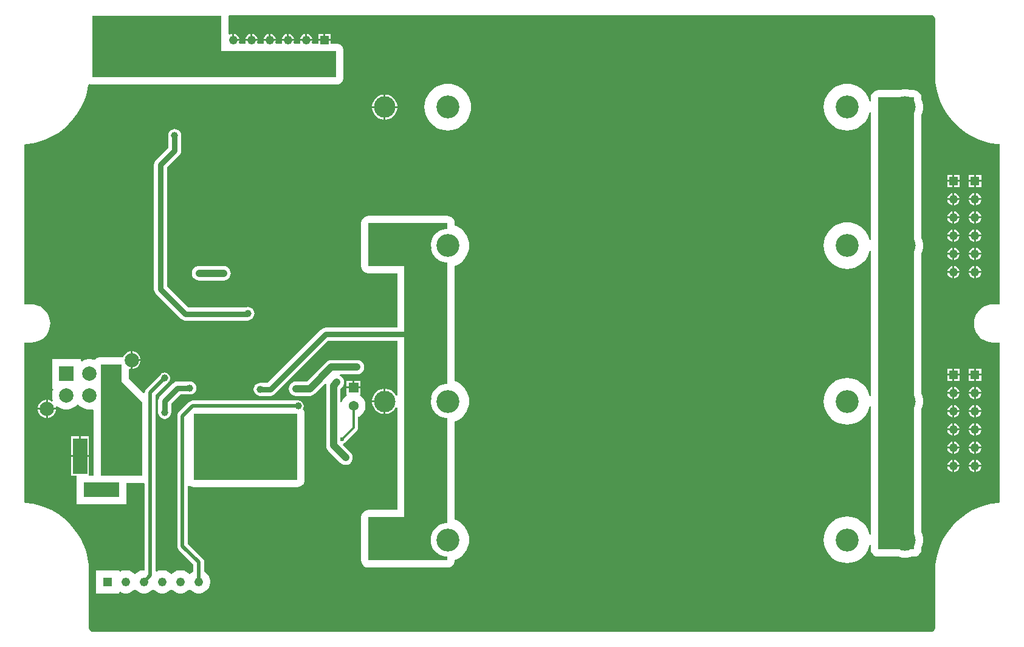
<source format=gbl>
G04*
G04 #@! TF.GenerationSoftware,Altium Limited,Altium Designer,24.5.2 (23)*
G04*
G04 Layer_Physical_Order=2*
G04 Layer_Color=16711680*
%FSLAX25Y25*%
%MOIN*%
G70*
G04*
G04 #@! TF.SameCoordinates,60501AE2-BB46-487B-87F6-AF18234ABC67*
G04*
G04*
G04 #@! TF.FilePolarity,Positive*
G04*
G01*
G75*
%ADD21C,0.03937*%
%ADD71C,0.01968*%
%ADD72C,0.01181*%
%ADD74C,0.03150*%
%ADD75C,0.03937*%
%ADD76R,0.05394X0.05394*%
%ADD77C,0.05394*%
%ADD78C,0.11811*%
%ADD79C,0.12598*%
%ADD80R,0.19685X0.07874*%
%ADD81R,0.07874X0.19685*%
%ADD82C,0.04803*%
%ADD83R,0.04803X0.04803*%
%ADD84R,0.07874X0.07874*%
%ADD85C,0.07874*%
%ADD86R,0.04803X0.04803*%
%ADD87C,0.02362*%
%ADD88C,0.01968*%
G36*
X110236Y320866D02*
X173228D01*
Y306299D01*
X39370D01*
Y340158D01*
X110236D01*
Y320866D01*
D02*
G37*
G36*
X500000Y340312D02*
D01*
X500672Y340204D01*
X501241Y339824D01*
X501622Y339254D01*
X501625Y339239D01*
X501729Y338583D01*
X501741Y338523D01*
X501741Y337883D01*
X501743Y308057D01*
X501756Y307988D01*
X501736Y307571D01*
X501920Y303834D01*
X502469Y300132D01*
X503378Y296502D01*
X504638Y292979D01*
X506238Y289597D01*
X508162Y286387D01*
X510391Y283381D01*
X512904Y280609D01*
X515677Y278096D01*
X518682Y275867D01*
X521892Y273943D01*
X525275Y272343D01*
X528798Y271082D01*
X532428Y270173D01*
X536129Y269624D01*
X537162Y269573D01*
Y181735D01*
X533465D01*
X533465Y181735D01*
Y181735D01*
X533380Y181719D01*
X531827Y181596D01*
X530231Y181213D01*
X528713Y180585D01*
X527313Y179727D01*
X526064Y178660D01*
X524998Y177411D01*
X524140Y176011D01*
X523511Y174494D01*
X523128Y172897D01*
X522999Y171260D01*
X523128Y169623D01*
X523511Y168026D01*
X524140Y166509D01*
X524998Y165109D01*
X526064Y163860D01*
X527313Y162793D01*
X528713Y161935D01*
X530231Y161307D01*
X531827Y160923D01*
X533380Y160801D01*
X533465Y160784D01*
X537162D01*
Y72948D01*
X536130Y72897D01*
X532429Y72348D01*
X528798Y71439D01*
X525275Y70178D01*
X521892Y68578D01*
X518682Y66654D01*
X515676Y64425D01*
X512903Y61912D01*
X510390Y59139D01*
X508161Y56133D01*
X506237Y52923D01*
X504637Y49540D01*
X503376Y46016D01*
X502467Y42386D01*
X501918Y38685D01*
X501734Y34947D01*
X501755Y34530D01*
X501741Y34461D01*
Y3996D01*
X501729Y3937D01*
X501729D01*
X501625Y3280D01*
X501622Y3265D01*
X501241Y2696D01*
X500672Y2315D01*
X500066Y2195D01*
X500000Y2208D01*
X39370D01*
X39304Y2195D01*
X38698Y2315D01*
X38129Y2696D01*
X37748Y3265D01*
X37745Y3280D01*
X37641Y3937D01*
X37641D01*
X37629Y3996D01*
Y34461D01*
X37615Y34530D01*
X37636Y34947D01*
X37452Y38685D01*
X36903Y42386D01*
X35994Y46016D01*
X34733Y49540D01*
X33133Y52923D01*
X31209Y56133D01*
X28980Y59139D01*
X26467Y61912D01*
X23694Y64425D01*
X20688Y66654D01*
X17478Y68578D01*
X14095Y70178D01*
X10572Y71439D01*
X6942Y72348D01*
X3240Y72897D01*
X2208Y72948D01*
Y160784D01*
X5906D01*
X5906Y160784D01*
Y160784D01*
X5990Y160801D01*
X7543Y160923D01*
X9139Y161307D01*
X10657Y161935D01*
X12057Y162793D01*
X13306Y163860D01*
X14372Y165109D01*
X15230Y166509D01*
X15859Y168026D01*
X16242Y169623D01*
X16371Y171260D01*
X16242Y172897D01*
X15859Y174494D01*
X15230Y176011D01*
X14372Y177411D01*
X13306Y178660D01*
X12057Y179727D01*
X10657Y180585D01*
X9139Y181213D01*
X7543Y181596D01*
X5990Y181719D01*
X5906Y181735D01*
X2196D01*
Y269571D01*
X3240Y269623D01*
X6942Y270172D01*
X10572Y271081D01*
X14095Y272342D01*
X17478Y273942D01*
X20688Y275866D01*
X23694Y278095D01*
X26467Y280608D01*
X28980Y283381D01*
X31209Y286387D01*
X33133Y289597D01*
X34733Y292980D01*
X35994Y296503D01*
X36903Y300133D01*
X37206Y302176D01*
X37979Y302614D01*
X38342Y302464D01*
X39370Y302328D01*
X173228D01*
X174256Y302464D01*
X175214Y302860D01*
X176036Y303491D01*
X176667Y304314D01*
X177064Y305271D01*
X177199Y306299D01*
Y320866D01*
X177064Y321894D01*
X176667Y322852D01*
X176036Y323674D01*
X175214Y324305D01*
X174256Y324702D01*
X173228Y324837D01*
X170134D01*
Y326272D01*
X163331D01*
Y324837D01*
X160243D01*
X160016Y325231D01*
X159923Y325537D01*
X160120Y326272D01*
X153345D01*
X153542Y325537D01*
X153449Y325231D01*
X153221Y324837D01*
X150243D01*
X150016Y325231D01*
X149923Y325537D01*
X150120Y326272D01*
X143345D01*
X143542Y325537D01*
X143449Y325231D01*
X143221Y324837D01*
X140243D01*
X140016Y325231D01*
X139923Y325537D01*
X140120Y326272D01*
X133345D01*
X133542Y325537D01*
X133449Y325231D01*
X133221Y324837D01*
X130243D01*
X130016Y325231D01*
X129923Y325537D01*
X130120Y326272D01*
X123345D01*
X123541Y325537D01*
X123449Y325231D01*
X123221Y324837D01*
X120243D01*
X120016Y325231D01*
X119923Y325537D01*
X120120Y326272D01*
X116732D01*
Y326772D01*
X116232D01*
Y330159D01*
X115419Y329941D01*
X114907Y329646D01*
X114207Y329987D01*
Y340158D01*
X114343Y340312D01*
X499315D01*
X500000Y340312D01*
D02*
G37*
%LPC*%
G36*
X170134Y330173D02*
X167232D01*
Y327272D01*
X170134D01*
Y330173D01*
D02*
G37*
G36*
X166232D02*
X163331D01*
Y327272D01*
X166232D01*
Y330173D01*
D02*
G37*
G36*
X157232Y330159D02*
Y327272D01*
X160120D01*
X159902Y328085D01*
X159454Y328860D01*
X158821Y329494D01*
X158045Y329941D01*
X157232Y330159D01*
D02*
G37*
G36*
X156232D02*
X155419Y329941D01*
X154644Y329494D01*
X154010Y328860D01*
X153562Y328085D01*
X153345Y327272D01*
X156232D01*
Y330159D01*
D02*
G37*
G36*
X147232D02*
Y327272D01*
X150120D01*
X149902Y328085D01*
X149454Y328860D01*
X148821Y329494D01*
X148045Y329941D01*
X147232Y330159D01*
D02*
G37*
G36*
X146232D02*
X145419Y329941D01*
X144644Y329494D01*
X144010Y328860D01*
X143562Y328085D01*
X143345Y327272D01*
X146232D01*
Y330159D01*
D02*
G37*
G36*
X137232D02*
Y327272D01*
X140120D01*
X139902Y328085D01*
X139454Y328860D01*
X138821Y329494D01*
X138045Y329941D01*
X137232Y330159D01*
D02*
G37*
G36*
X136232D02*
X135419Y329941D01*
X134644Y329494D01*
X134010Y328860D01*
X133563Y328085D01*
X133345Y327272D01*
X136232D01*
Y330159D01*
D02*
G37*
G36*
X127232D02*
Y327272D01*
X130120D01*
X129902Y328085D01*
X129454Y328860D01*
X128821Y329494D01*
X128045Y329941D01*
X127232Y330159D01*
D02*
G37*
G36*
X126232D02*
X125419Y329941D01*
X124644Y329494D01*
X124010Y328860D01*
X123563Y328085D01*
X123345Y327272D01*
X126232D01*
Y330159D01*
D02*
G37*
G36*
X117232D02*
Y327272D01*
X120120D01*
X119902Y328085D01*
X119454Y328860D01*
X118821Y329494D01*
X118045Y329941D01*
X117232Y330159D01*
D02*
G37*
G36*
X200483Y296866D02*
X200303D01*
Y290461D01*
X206709D01*
Y290641D01*
X206443Y291975D01*
X205923Y293232D01*
X205167Y294363D01*
X204205Y295324D01*
X203074Y296080D01*
X201817Y296601D01*
X200483Y296866D01*
D02*
G37*
G36*
X199303D02*
X199123D01*
X197789Y296601D01*
X196532Y296080D01*
X195401Y295324D01*
X194439Y294363D01*
X193684Y293232D01*
X193163Y291975D01*
X192898Y290641D01*
Y290461D01*
X199303D01*
Y296866D01*
D02*
G37*
G36*
X206709Y289461D02*
X200303D01*
Y283055D01*
X200483D01*
X201817Y283320D01*
X203074Y283841D01*
X204205Y284597D01*
X205167Y285559D01*
X205923Y286690D01*
X206443Y287946D01*
X206709Y289281D01*
Y289461D01*
D02*
G37*
G36*
X199303D02*
X192898D01*
Y289281D01*
X193163Y287946D01*
X193684Y286690D01*
X194439Y285559D01*
X195401Y284597D01*
X196532Y283841D01*
X197789Y283320D01*
X199123Y283055D01*
X199303D01*
Y289461D01*
D02*
G37*
G36*
X234409Y302744D02*
X232410Y302587D01*
X230459Y302118D01*
X228606Y301351D01*
X226895Y300303D01*
X225370Y299000D01*
X224067Y297475D01*
X223019Y295764D01*
X222252Y293911D01*
X221783Y291960D01*
X221626Y289961D01*
X221783Y287961D01*
X222252Y286010D01*
X223019Y284157D01*
X224067Y282447D01*
X225370Y280921D01*
X226895Y279619D01*
X228606Y278570D01*
X230459Y277803D01*
X232410Y277334D01*
X234409Y277177D01*
X236409Y277334D01*
X238360Y277803D01*
X240213Y278570D01*
X241923Y279619D01*
X243449Y280921D01*
X244752Y282447D01*
X245800Y284157D01*
X246567Y286010D01*
X247036Y287961D01*
X247193Y289961D01*
X247036Y291960D01*
X246567Y293911D01*
X245800Y295764D01*
X244752Y297475D01*
X243449Y299000D01*
X241923Y300303D01*
X240213Y301351D01*
X238360Y302118D01*
X236409Y302587D01*
X234409Y302744D01*
D02*
G37*
G36*
X515213Y252811D02*
X512311D01*
Y249909D01*
X515213D01*
Y252811D01*
D02*
G37*
G36*
X511311D02*
X508410D01*
Y249909D01*
X511311D01*
Y252811D01*
D02*
G37*
G36*
X527024D02*
X524122D01*
Y249909D01*
X527024D01*
Y252811D01*
D02*
G37*
G36*
X523122D02*
X520221D01*
Y249909D01*
X523122D01*
Y252811D01*
D02*
G37*
G36*
X527024Y248909D02*
X524122D01*
Y246008D01*
X527024D01*
Y248909D01*
D02*
G37*
G36*
X523122D02*
X520221D01*
Y246008D01*
X523122D01*
Y248909D01*
D02*
G37*
G36*
X515213Y248909D02*
X512311D01*
Y246008D01*
X515213D01*
Y248909D01*
D02*
G37*
G36*
X511311D02*
X508410D01*
Y246008D01*
X511311D01*
Y248909D01*
D02*
G37*
G36*
X512311Y242797D02*
Y239909D01*
X515199D01*
X514981Y240722D01*
X514533Y241498D01*
X513900Y242131D01*
X513124Y242579D01*
X512311Y242797D01*
D02*
G37*
G36*
X511311D02*
X510498Y242579D01*
X509722Y242131D01*
X509089Y241498D01*
X508641Y240722D01*
X508423Y239909D01*
X511311D01*
Y242797D01*
D02*
G37*
G36*
X524122Y242797D02*
Y239909D01*
X527010D01*
X526792Y240722D01*
X526344Y241498D01*
X525711Y242131D01*
X524935Y242579D01*
X524122Y242797D01*
D02*
G37*
G36*
X523122Y242797D02*
X522309Y242579D01*
X521533Y242131D01*
X520900Y241498D01*
X520452Y240722D01*
X520234Y239909D01*
X523122D01*
Y242797D01*
D02*
G37*
G36*
X527010Y238909D02*
X524122D01*
Y236022D01*
X524935Y236240D01*
X525711Y236687D01*
X526344Y237321D01*
X526792Y238096D01*
X527010Y238909D01*
D02*
G37*
G36*
X515199Y238909D02*
X512311D01*
Y236022D01*
X513124Y236240D01*
X513900Y236687D01*
X514533Y237321D01*
X514981Y238096D01*
X515199Y238909D01*
D02*
G37*
G36*
X511311D02*
X508423D01*
X508641Y238096D01*
X509089Y237321D01*
X509722Y236687D01*
X510498Y236240D01*
X511311Y236022D01*
Y238909D01*
D02*
G37*
G36*
X523122Y238909D02*
X520234D01*
X520452Y238096D01*
X520900Y237321D01*
X521533Y236687D01*
X522309Y236240D01*
X523122Y236022D01*
Y238909D01*
D02*
G37*
G36*
X512311Y232797D02*
Y229909D01*
X515199D01*
X514981Y230722D01*
X514533Y231498D01*
X513900Y232131D01*
X513124Y232579D01*
X512311Y232797D01*
D02*
G37*
G36*
X511311D02*
X510498Y232579D01*
X509722Y232131D01*
X509089Y231498D01*
X508641Y230722D01*
X508423Y229909D01*
X511311D01*
Y232797D01*
D02*
G37*
G36*
X524122Y232797D02*
Y229909D01*
X527010D01*
X526792Y230722D01*
X526344Y231498D01*
X525711Y232131D01*
X524935Y232579D01*
X524122Y232797D01*
D02*
G37*
G36*
X523122Y232797D02*
X522309Y232579D01*
X521533Y232131D01*
X520900Y231498D01*
X520452Y230722D01*
X520234Y229909D01*
X523122D01*
Y232797D01*
D02*
G37*
G36*
X527010Y228909D02*
X524122D01*
Y226022D01*
X524935Y226240D01*
X525711Y226688D01*
X526344Y227321D01*
X526792Y228097D01*
X527010Y228909D01*
D02*
G37*
G36*
X515199Y228909D02*
X512311D01*
Y226022D01*
X513124Y226240D01*
X513900Y226688D01*
X514533Y227321D01*
X514981Y228097D01*
X515199Y228909D01*
D02*
G37*
G36*
X511311D02*
X508423D01*
X508641Y228097D01*
X509089Y227321D01*
X509722Y226688D01*
X510498Y226240D01*
X511311Y226022D01*
Y228909D01*
D02*
G37*
G36*
X523122Y228909D02*
X520234D01*
X520452Y228097D01*
X520900Y227321D01*
X521533Y226688D01*
X522309Y226240D01*
X523122Y226022D01*
Y228909D01*
D02*
G37*
G36*
X512311Y222797D02*
Y219909D01*
X515199D01*
X514981Y220722D01*
X514533Y221498D01*
X513900Y222131D01*
X513124Y222579D01*
X512311Y222797D01*
D02*
G37*
G36*
X511311D02*
X510498Y222579D01*
X509722Y222131D01*
X509089Y221498D01*
X508641Y220722D01*
X508423Y219909D01*
X511311D01*
Y222797D01*
D02*
G37*
G36*
X524122Y222797D02*
Y219909D01*
X527010D01*
X526792Y220722D01*
X526344Y221498D01*
X525711Y222131D01*
X524935Y222579D01*
X524122Y222797D01*
D02*
G37*
G36*
X523122Y222797D02*
X522309Y222579D01*
X521533Y222131D01*
X520900Y221498D01*
X520452Y220722D01*
X520234Y219909D01*
X523122D01*
Y222797D01*
D02*
G37*
G36*
X453386Y302744D02*
X451386Y302587D01*
X449436Y302118D01*
X447582Y301351D01*
X445872Y300303D01*
X444347Y299000D01*
X443044Y297475D01*
X441996Y295764D01*
X441228Y293911D01*
X440760Y291960D01*
X440602Y289961D01*
X440760Y287961D01*
X441228Y286010D01*
X441996Y284157D01*
X443044Y282447D01*
X444347Y280921D01*
X445872Y279619D01*
X447582Y278570D01*
X449436Y277803D01*
X451386Y277334D01*
X453386Y277177D01*
X455386Y277334D01*
X457336Y277803D01*
X459189Y278570D01*
X460900Y279619D01*
X462425Y280921D01*
X463728Y282447D01*
X464776Y284157D01*
X465544Y286010D01*
X465801Y287084D01*
X466502Y287001D01*
Y216936D01*
X465801Y216853D01*
X465544Y217927D01*
X464776Y219780D01*
X463728Y221490D01*
X462425Y223016D01*
X460900Y224318D01*
X459189Y225367D01*
X457336Y226134D01*
X455386Y226603D01*
X453386Y226760D01*
X451386Y226603D01*
X449436Y226134D01*
X447582Y225367D01*
X445872Y224318D01*
X444347Y223016D01*
X443044Y221490D01*
X441996Y219780D01*
X441228Y217927D01*
X440760Y215976D01*
X440602Y213976D01*
X440760Y211977D01*
X441228Y210026D01*
X441996Y208173D01*
X443044Y206462D01*
X444347Y204937D01*
X445872Y203634D01*
X447582Y202586D01*
X449436Y201818D01*
X451386Y201350D01*
X453386Y201193D01*
X455386Y201350D01*
X457336Y201818D01*
X459189Y202586D01*
X460900Y203634D01*
X462425Y204937D01*
X463728Y206462D01*
X464776Y208173D01*
X465544Y210026D01*
X465801Y211100D01*
X466502Y211017D01*
Y131503D01*
X465801Y131420D01*
X465544Y132494D01*
X464776Y134347D01*
X463728Y136057D01*
X462425Y137583D01*
X460900Y138885D01*
X459189Y139934D01*
X457336Y140701D01*
X455386Y141169D01*
X453386Y141327D01*
X451386Y141169D01*
X449436Y140701D01*
X447582Y139934D01*
X445872Y138885D01*
X444347Y137583D01*
X443044Y136057D01*
X441996Y134347D01*
X441228Y132494D01*
X440760Y130543D01*
X440602Y128543D01*
X440760Y126543D01*
X441228Y124593D01*
X441996Y122740D01*
X443044Y121029D01*
X444347Y119504D01*
X445872Y118201D01*
X447582Y117153D01*
X449436Y116385D01*
X451386Y115917D01*
X453386Y115760D01*
X455386Y115917D01*
X457336Y116385D01*
X459189Y117153D01*
X460900Y118201D01*
X462425Y119504D01*
X463728Y121029D01*
X464776Y122740D01*
X465544Y124593D01*
X465801Y125667D01*
X466502Y125584D01*
Y55518D01*
X465801Y55436D01*
X465544Y56509D01*
X464776Y58363D01*
X463728Y60073D01*
X462425Y61598D01*
X460900Y62901D01*
X459189Y63949D01*
X457336Y64717D01*
X455386Y65185D01*
X453386Y65343D01*
X451386Y65185D01*
X449436Y64717D01*
X447582Y63949D01*
X445872Y62901D01*
X444347Y61598D01*
X443044Y60073D01*
X441996Y58363D01*
X441228Y56509D01*
X440760Y54559D01*
X440602Y52559D01*
X440760Y50559D01*
X441228Y48609D01*
X441996Y46755D01*
X443044Y45045D01*
X444347Y43520D01*
X445872Y42217D01*
X447582Y41169D01*
X449436Y40401D01*
X451386Y39933D01*
X453386Y39775D01*
X455386Y39933D01*
X457336Y40401D01*
X459189Y41169D01*
X460900Y42217D01*
X462425Y43520D01*
X463728Y45045D01*
X464776Y46755D01*
X465544Y48609D01*
X465801Y49683D01*
X466502Y49600D01*
Y47244D01*
X466637Y46216D01*
X467033Y45259D01*
X467664Y44436D01*
X468487Y43805D01*
X469445Y43408D01*
X470472Y43273D01*
X481935D01*
X482365Y43095D01*
X484267Y42717D01*
X486206D01*
X488107Y43095D01*
X488538Y43273D01*
X490158D01*
X491185Y43408D01*
X492143Y43805D01*
X492965Y44436D01*
X493597Y45259D01*
X493993Y46216D01*
X494129Y47244D01*
Y48307D01*
X494700Y49688D01*
X495079Y51590D01*
Y53528D01*
X494700Y55430D01*
X494129Y56811D01*
Y124291D01*
X494700Y125672D01*
X495079Y127574D01*
Y129513D01*
X494700Y131414D01*
X494129Y132795D01*
Y209724D01*
X494700Y211105D01*
X495079Y213007D01*
Y214946D01*
X494700Y216847D01*
X494129Y218228D01*
Y285709D01*
X494700Y287090D01*
X495079Y288991D01*
Y290930D01*
X494700Y292832D01*
X494129Y294213D01*
Y295276D01*
X493993Y296303D01*
X493597Y297261D01*
X492965Y298083D01*
X492143Y298715D01*
X491185Y299111D01*
X490158Y299247D01*
X488538D01*
X488107Y299425D01*
X486206Y299803D01*
X484267D01*
X482365Y299425D01*
X481935Y299247D01*
X470472D01*
X469445Y299111D01*
X468487Y298715D01*
X467664Y298083D01*
X467033Y297261D01*
X466637Y296303D01*
X466502Y295276D01*
Y292920D01*
X465801Y292837D01*
X465544Y293911D01*
X464776Y295764D01*
X463728Y297475D01*
X462425Y299000D01*
X460900Y300303D01*
X459189Y301351D01*
X457336Y302118D01*
X455386Y302587D01*
X453386Y302744D01*
D02*
G37*
G36*
X527010Y218909D02*
X524122D01*
Y216022D01*
X524935Y216240D01*
X525711Y216687D01*
X526344Y217321D01*
X526792Y218096D01*
X527010Y218909D01*
D02*
G37*
G36*
X515199Y218909D02*
X512311D01*
Y216022D01*
X513124Y216240D01*
X513900Y216687D01*
X514533Y217321D01*
X514981Y218096D01*
X515199Y218909D01*
D02*
G37*
G36*
X511311D02*
X508423D01*
X508641Y218096D01*
X509089Y217321D01*
X509722Y216687D01*
X510498Y216240D01*
X511311Y216022D01*
Y218909D01*
D02*
G37*
G36*
X523122Y218909D02*
X520234D01*
X520452Y218096D01*
X520900Y217321D01*
X521533Y216687D01*
X522309Y216240D01*
X523122Y216022D01*
Y218909D01*
D02*
G37*
G36*
X512311Y212797D02*
Y209909D01*
X515199D01*
X514981Y210722D01*
X514533Y211498D01*
X513900Y212131D01*
X513124Y212579D01*
X512311Y212797D01*
D02*
G37*
G36*
X511311D02*
X510498Y212579D01*
X509722Y212131D01*
X509089Y211498D01*
X508641Y210722D01*
X508423Y209909D01*
X511311D01*
Y212797D01*
D02*
G37*
G36*
X524122Y212797D02*
Y209909D01*
X527010D01*
X526792Y210722D01*
X526344Y211498D01*
X525711Y212131D01*
X524935Y212579D01*
X524122Y212797D01*
D02*
G37*
G36*
X523122Y212797D02*
X522309Y212579D01*
X521533Y212131D01*
X520900Y211498D01*
X520452Y210722D01*
X520234Y209909D01*
X523122D01*
Y212797D01*
D02*
G37*
G36*
X527010Y208909D02*
X524122D01*
Y206022D01*
X524935Y206240D01*
X525711Y206687D01*
X526344Y207321D01*
X526792Y208097D01*
X527010Y208909D01*
D02*
G37*
G36*
X515199Y208909D02*
X512311D01*
Y206022D01*
X513124Y206240D01*
X513900Y206687D01*
X514533Y207321D01*
X514981Y208097D01*
X515199Y208909D01*
D02*
G37*
G36*
X511311D02*
X508423D01*
X508641Y208097D01*
X509089Y207321D01*
X509722Y206687D01*
X510498Y206240D01*
X511311Y206022D01*
Y208909D01*
D02*
G37*
G36*
X523122Y208909D02*
X520234D01*
X520452Y208097D01*
X520900Y207321D01*
X521533Y206687D01*
X522309Y206240D01*
X523122Y206022D01*
Y208909D01*
D02*
G37*
G36*
X512311Y202797D02*
Y199909D01*
X515199D01*
X514981Y200722D01*
X514533Y201498D01*
X513900Y202131D01*
X513124Y202579D01*
X512311Y202797D01*
D02*
G37*
G36*
X511311D02*
X510498Y202579D01*
X509722Y202131D01*
X509089Y201498D01*
X508641Y200722D01*
X508423Y199909D01*
X511311D01*
Y202797D01*
D02*
G37*
G36*
X524122Y202797D02*
Y199909D01*
X527010D01*
X526792Y200722D01*
X526344Y201498D01*
X525711Y202131D01*
X524935Y202579D01*
X524122Y202797D01*
D02*
G37*
G36*
X523122Y202797D02*
X522309Y202579D01*
X521533Y202131D01*
X520900Y201498D01*
X520452Y200722D01*
X520234Y199909D01*
X523122D01*
Y202797D01*
D02*
G37*
G36*
X527010Y198909D02*
X524122D01*
Y196022D01*
X524935Y196240D01*
X525711Y196687D01*
X526344Y197321D01*
X526792Y198097D01*
X527010Y198909D01*
D02*
G37*
G36*
X515199Y198909D02*
X512311D01*
Y196022D01*
X513124Y196240D01*
X513900Y196687D01*
X514533Y197321D01*
X514981Y198097D01*
X515199Y198909D01*
D02*
G37*
G36*
X511311D02*
X508423D01*
X508641Y198097D01*
X509089Y197321D01*
X509722Y196687D01*
X510498Y196240D01*
X511311Y196022D01*
Y198909D01*
D02*
G37*
G36*
X523122Y198909D02*
X520234D01*
X520452Y198097D01*
X520900Y197321D01*
X521533Y196687D01*
X522309Y196240D01*
X523122Y196022D01*
Y198909D01*
D02*
G37*
G36*
X111417Y202790D02*
X98032D01*
X97004Y202655D01*
X96046Y202258D01*
X95224Y201627D01*
X94592Y200804D01*
X94196Y199847D01*
X94060Y198819D01*
X94196Y197791D01*
X94592Y196833D01*
X95224Y196011D01*
X96046Y195380D01*
X97004Y194983D01*
X98032Y194848D01*
X111417D01*
X112445Y194983D01*
X113403Y195380D01*
X114225Y196011D01*
X114856Y196833D01*
X115253Y197791D01*
X115388Y198819D01*
X115253Y199847D01*
X114856Y200804D01*
X114225Y201627D01*
X113403Y202258D01*
X112445Y202655D01*
X111417Y202790D01*
D02*
G37*
G36*
X84646Y277983D02*
X83721Y277861D01*
X82859Y277504D01*
X82119Y276937D01*
X81551Y276196D01*
X81194Y275335D01*
X81072Y274410D01*
Y267622D01*
X74245Y260795D01*
X73677Y260055D01*
X73320Y259193D01*
X73198Y258268D01*
Y190157D01*
X73320Y189233D01*
X73677Y188371D01*
X74245Y187630D01*
X88024Y173851D01*
X88764Y173283D01*
X89626Y172926D01*
X90551Y172804D01*
X124409D01*
X125334Y172926D01*
X126196Y173283D01*
X126937Y173851D01*
X127330Y174245D01*
X127898Y174985D01*
X128255Y175847D01*
X128377Y176772D01*
X128255Y177697D01*
X127898Y178559D01*
X127330Y179299D01*
X126590Y179867D01*
X125728Y180224D01*
X124803Y180345D01*
X123878Y180224D01*
X123222Y179952D01*
X92032D01*
X80345Y191638D01*
Y256787D01*
X87173Y263615D01*
X87741Y264355D01*
X88098Y265217D01*
X88219Y266142D01*
Y274410D01*
X88098Y275335D01*
X87741Y276196D01*
X87173Y276937D01*
X86433Y277504D01*
X85571Y277861D01*
X84646Y277983D01*
D02*
G37*
G36*
X234252Y230349D02*
X210630Y230349D01*
X210630Y230349D01*
X190945D01*
X189917Y230214D01*
X188959Y229817D01*
X188137Y229186D01*
X187506Y228363D01*
X187109Y227406D01*
X186974Y226378D01*
Y202756D01*
X187109Y201728D01*
X187506Y200770D01*
X188137Y199948D01*
X188959Y199317D01*
X189917Y198920D01*
X190945Y198785D01*
X206659D01*
Y173228D01*
Y168928D01*
X167323D01*
X167323Y168928D01*
X166398Y168806D01*
X165536Y168449D01*
X164796Y167881D01*
X135601Y138687D01*
X131503D01*
X130578Y138565D01*
X129716Y138208D01*
X128976Y137640D01*
X128408Y136900D01*
X128051Y136038D01*
X127929Y135113D01*
X128051Y134188D01*
X128408Y133326D01*
X128976Y132586D01*
X129716Y132018D01*
X130578Y131661D01*
X131503Y131539D01*
X137081D01*
X138006Y131661D01*
X138868Y132018D01*
X139608Y132586D01*
X168803Y161781D01*
X206659D01*
Y131866D01*
X205959Y131727D01*
X205923Y131814D01*
X205167Y132945D01*
X204205Y133907D01*
X203074Y134663D01*
X201817Y135183D01*
X200483Y135449D01*
X200303D01*
Y128543D01*
Y121638D01*
X200483D01*
X201817Y121903D01*
X203074Y122424D01*
X204205Y123179D01*
X205167Y124141D01*
X205923Y125272D01*
X205959Y125360D01*
X206659Y125221D01*
Y119291D01*
Y100394D01*
X206659Y100394D01*
Y68932D01*
X190945D01*
X189917Y68796D01*
X188959Y68400D01*
X188137Y67769D01*
X187506Y66946D01*
X187109Y65988D01*
X186974Y64961D01*
Y41339D01*
X187109Y40311D01*
X187506Y39353D01*
X188137Y38531D01*
X188959Y37900D01*
X189917Y37503D01*
X190945Y37368D01*
X210630D01*
X210630Y37368D01*
X234252D01*
X235280Y37503D01*
X236238Y37900D01*
X237060Y38531D01*
X237691Y39353D01*
X238088Y40311D01*
X238223Y41339D01*
Y41449D01*
X239748Y42081D01*
X241322Y43045D01*
X242725Y44244D01*
X243923Y45647D01*
X244887Y47220D01*
X245594Y48925D01*
X246024Y50719D01*
X246169Y52559D01*
X246024Y54399D01*
X245594Y56193D01*
X244887Y57898D01*
X243923Y59471D01*
X242725Y60874D01*
X241322Y62073D01*
X239748Y63037D01*
X238223Y63669D01*
Y100394D01*
X238223Y100394D01*
Y117434D01*
X239748Y118065D01*
X241322Y119029D01*
X242725Y120228D01*
X243923Y121631D01*
X244887Y123205D01*
X245594Y124909D01*
X246024Y126704D01*
X246169Y128543D01*
X246024Y130383D01*
X245594Y132177D01*
X244887Y133882D01*
X243923Y135456D01*
X242725Y136859D01*
X241322Y138057D01*
X239748Y139021D01*
X238223Y139653D01*
X238223Y173228D01*
X238223Y202867D01*
X239748Y203498D01*
X241322Y204463D01*
X242725Y205661D01*
X243923Y207064D01*
X244887Y208638D01*
X245594Y210342D01*
X246024Y212137D01*
X246169Y213976D01*
X246024Y215816D01*
X245594Y217610D01*
X244887Y219315D01*
X243923Y220889D01*
X242725Y222292D01*
X241322Y223490D01*
X239748Y224454D01*
X238223Y225086D01*
Y226378D01*
X238088Y227406D01*
X237691Y228363D01*
X237060Y229186D01*
X236238Y229817D01*
X235280Y230214D01*
X234252Y230349D01*
D02*
G37*
G36*
X60524Y156118D02*
X60374D01*
X59118Y155782D01*
X57992Y155132D01*
X57073Y154212D01*
X56423Y153087D01*
X56315Y152684D01*
X55512Y152790D01*
X44094D01*
X43067Y152655D01*
X42109Y152258D01*
X41287Y151627D01*
X40792Y150982D01*
X40092Y151272D01*
X38571Y151575D01*
X37020D01*
X35498Y151272D01*
X34065Y150679D01*
X33688Y150426D01*
X33071Y150757D01*
Y151575D01*
X17323D01*
Y135827D01*
X17547D01*
X18015Y135127D01*
X17625Y134186D01*
X17323Y132665D01*
Y131114D01*
X17625Y129593D01*
X17865Y129014D01*
X17309Y128527D01*
X16473Y129010D01*
X15217Y129347D01*
X15067D01*
Y124909D01*
X19504D01*
Y125059D01*
X19358Y125603D01*
X19986Y125965D01*
X20177Y125774D01*
X21467Y124912D01*
X22900Y124318D01*
X24421Y124016D01*
X25972D01*
X27494Y124318D01*
X28927Y124912D01*
X30216Y125774D01*
X31028Y126585D01*
X31496Y126790D01*
X31964Y126585D01*
X32776Y125774D01*
X34065Y124912D01*
X35498Y124318D01*
X37020Y124016D01*
X38571D01*
X39423Y124185D01*
X40124Y123611D01*
Y87795D01*
X37614D01*
Y97925D01*
X32677D01*
X27740D01*
Y87583D01*
X30709D01*
Y72047D01*
X58268D01*
Y83824D01*
X66929D01*
X67582Y83910D01*
X68282Y83400D01*
Y35866D01*
X67210D01*
X65986Y35623D01*
X64832Y35145D01*
X63794Y34451D01*
X63316Y33973D01*
X62835Y33624D01*
X62353Y33973D01*
X61875Y34451D01*
X60837Y35145D01*
X59684Y35623D01*
X58459Y35866D01*
X57210D01*
X55986Y35623D01*
X54832Y35145D01*
X54791Y35117D01*
X54173Y35447D01*
Y35866D01*
X41496D01*
Y23189D01*
X54173D01*
Y23608D01*
X54791Y23938D01*
X54832Y23910D01*
X55986Y23433D01*
X57210Y23189D01*
X58459D01*
X59684Y23433D01*
X60837Y23910D01*
X61875Y24604D01*
X62353Y25082D01*
X62835Y25431D01*
X63316Y25082D01*
X63794Y24604D01*
X64832Y23910D01*
X65986Y23433D01*
X67210Y23189D01*
X68459D01*
X69684Y23433D01*
X70837Y23910D01*
X71875Y24604D01*
X72353Y25082D01*
X72835Y25431D01*
X73316Y25082D01*
X73794Y24604D01*
X74832Y23910D01*
X75986Y23433D01*
X77210Y23189D01*
X78459D01*
X79684Y23433D01*
X80837Y23910D01*
X81875Y24604D01*
X82353Y25082D01*
X82835Y25431D01*
X83316Y25082D01*
X83794Y24604D01*
X84832Y23910D01*
X85986Y23433D01*
X87210Y23189D01*
X88459D01*
X89684Y23433D01*
X90837Y23910D01*
X91875Y24604D01*
X92353Y25082D01*
X92835Y25431D01*
X93316Y25082D01*
X93794Y24604D01*
X94832Y23910D01*
X95986Y23433D01*
X97210Y23189D01*
X98459D01*
X99684Y23433D01*
X100837Y23910D01*
X101875Y24604D01*
X102758Y25487D01*
X103452Y26525D01*
X103930Y27679D01*
X104173Y28903D01*
Y30152D01*
X103930Y31376D01*
X103452Y32530D01*
X102758Y33568D01*
X101875Y34451D01*
X100837Y35145D01*
X100813Y35155D01*
Y40354D01*
X100813Y40354D01*
X100711Y41125D01*
X100414Y41844D01*
X99941Y42460D01*
X99941Y42460D01*
X91955Y50446D01*
Y82220D01*
X92655Y82482D01*
X93290Y81994D01*
X94248Y81597D01*
X95276Y81462D01*
X151969D01*
X152996Y81597D01*
X153954Y81994D01*
X154776Y82625D01*
X155408Y83448D01*
X155804Y84405D01*
X155939Y85433D01*
Y93307D01*
X155905D01*
Y113779D01*
X155939D01*
Y121653D01*
X155804Y122681D01*
X155408Y123639D01*
X154853Y124362D01*
X154896Y124436D01*
X154941Y124495D01*
X154970Y124564D01*
X155128Y124838D01*
X155210Y125145D01*
X155239Y125213D01*
X155249Y125287D01*
X155331Y125593D01*
Y125910D01*
X155340Y125984D01*
X155331Y126058D01*
Y126375D01*
X155249Y126681D01*
X155239Y126755D01*
X155210Y126824D01*
X155128Y127130D01*
X154970Y127405D01*
X154941Y127473D01*
X154896Y127532D01*
X154738Y127807D01*
X154514Y128031D01*
X154468Y128090D01*
X154409Y128136D01*
X154185Y128360D01*
X153910Y128518D01*
X153851Y128563D01*
X153782Y128592D01*
X153508Y128751D01*
X153202Y128832D01*
X153133Y128861D01*
X153059Y128871D01*
X152753Y128953D01*
X152436D01*
X152362Y128963D01*
X94488D01*
X93717Y128861D01*
X92999Y128563D01*
X92382Y128090D01*
X86870Y122578D01*
X86397Y121962D01*
X86100Y121243D01*
X85998Y120472D01*
Y86614D01*
Y49213D01*
X86100Y48442D01*
X86397Y47723D01*
X86870Y47107D01*
X94856Y39121D01*
Y35155D01*
X94832Y35145D01*
X93794Y34451D01*
X93316Y33973D01*
X92835Y33624D01*
X92353Y33973D01*
X91875Y34451D01*
X90837Y35145D01*
X89684Y35623D01*
X88459Y35866D01*
X87210D01*
X85986Y35623D01*
X84832Y35145D01*
X83794Y34451D01*
X83316Y33973D01*
X82835Y33624D01*
X82353Y33973D01*
X81875Y34451D01*
X80837Y35145D01*
X79684Y35623D01*
X78459Y35866D01*
X77210D01*
X75986Y35623D01*
X74938Y35189D01*
X74238Y35465D01*
Y132231D01*
X81240Y139233D01*
X81285Y139292D01*
X81509Y139516D01*
X81668Y139790D01*
X81713Y139849D01*
X81742Y139918D01*
X81900Y140193D01*
X81982Y140499D01*
X82011Y140568D01*
X82020Y140642D01*
X82102Y140948D01*
Y141265D01*
X82112Y141339D01*
X82102Y141413D01*
Y141729D01*
X82020Y142035D01*
X82011Y142109D01*
X81982Y142178D01*
X81900Y142484D01*
X81742Y142759D01*
X81713Y142828D01*
X81668Y142887D01*
X81509Y143161D01*
X81285Y143385D01*
X81240Y143445D01*
X81181Y143490D01*
X80957Y143714D01*
X80682Y143872D01*
X80623Y143918D01*
X80554Y143946D01*
X80280Y144105D01*
X79974Y144187D01*
X79905Y144215D01*
X79831Y144225D01*
X79525Y144307D01*
X79208D01*
X79134Y144317D01*
X79060Y144307D01*
X78743D01*
X78437Y144225D01*
X78363Y144215D01*
X78294Y144187D01*
X77988Y144105D01*
X77714Y143946D01*
X77645Y143918D01*
X77586Y143872D01*
X77311Y143714D01*
X77087Y143490D01*
X77028Y143445D01*
X69154Y135571D01*
X68681Y134954D01*
X68383Y134235D01*
X68282Y133465D01*
Y133131D01*
X67635Y132863D01*
X59483Y141015D01*
Y145908D01*
X60038Y146334D01*
X60374Y146244D01*
X60524D01*
Y151181D01*
Y156118D01*
D02*
G37*
G36*
X61674D02*
X61524D01*
Y151681D01*
X65961D01*
Y151831D01*
X65624Y153087D01*
X64974Y154212D01*
X64055Y155132D01*
X62929Y155782D01*
X61674Y156118D01*
D02*
G37*
G36*
X65961Y150681D02*
X61524D01*
Y146244D01*
X61674D01*
X62929Y146581D01*
X64055Y147231D01*
X64974Y148150D01*
X65624Y149276D01*
X65961Y150531D01*
Y150681D01*
D02*
G37*
G36*
X515213Y146512D02*
X512311D01*
Y143610D01*
X515213D01*
Y146512D01*
D02*
G37*
G36*
X511311D02*
X508409D01*
Y143610D01*
X511311D01*
Y146512D01*
D02*
G37*
G36*
X527024D02*
X524122D01*
Y143610D01*
X527024D01*
Y146512D01*
D02*
G37*
G36*
X523122D02*
X520221D01*
Y143610D01*
X523122D01*
Y146512D01*
D02*
G37*
G36*
X527024Y142610D02*
X524122D01*
Y139709D01*
X527024D01*
Y142610D01*
D02*
G37*
G36*
X523122D02*
X520221D01*
Y139709D01*
X523122D01*
Y142610D01*
D02*
G37*
G36*
X515213Y142610D02*
X512311D01*
Y139709D01*
X515213D01*
Y142610D01*
D02*
G37*
G36*
X511311D02*
X508409D01*
Y139709D01*
X511311D01*
Y142610D01*
D02*
G37*
G36*
X186374Y139799D02*
X183177D01*
Y136602D01*
X186374D01*
Y139799D01*
D02*
G37*
G36*
X182177D02*
X178980D01*
Y136602D01*
X182177D01*
Y139799D01*
D02*
G37*
G36*
X512311Y136498D02*
Y133610D01*
X515199D01*
X514981Y134423D01*
X514533Y135199D01*
X513900Y135832D01*
X513124Y136280D01*
X512311Y136498D01*
D02*
G37*
G36*
X511311Y136498D02*
X510498Y136280D01*
X509722Y135832D01*
X509089Y135199D01*
X508641Y134423D01*
X508423Y133610D01*
X511311D01*
Y136498D01*
D02*
G37*
G36*
X524122Y136498D02*
Y133610D01*
X527010D01*
X526792Y134423D01*
X526344Y135199D01*
X525711Y135832D01*
X524935Y136280D01*
X524122Y136498D01*
D02*
G37*
G36*
X523122Y136498D02*
X522309Y136280D01*
X521533Y135832D01*
X520900Y135199D01*
X520452Y134423D01*
X520234Y133610D01*
X523122D01*
Y136498D01*
D02*
G37*
G36*
X527010Y132610D02*
X524122D01*
Y129723D01*
X524935Y129940D01*
X525711Y130388D01*
X526344Y131022D01*
X526792Y131797D01*
X527010Y132610D01*
D02*
G37*
G36*
X515199Y132610D02*
X512311D01*
Y129723D01*
X513124Y129940D01*
X513900Y130388D01*
X514533Y131022D01*
X514981Y131797D01*
X515199Y132610D01*
D02*
G37*
G36*
X511311D02*
X508423D01*
X508641Y131797D01*
X509089Y131022D01*
X509722Y130388D01*
X510498Y129940D01*
X511311Y129723D01*
Y132610D01*
D02*
G37*
G36*
X523122Y132610D02*
X520234D01*
X520452Y131797D01*
X520900Y131022D01*
X521533Y130388D01*
X522309Y129940D01*
X523122Y129723D01*
Y132610D01*
D02*
G37*
G36*
X199303Y135449D02*
X199123D01*
X197789Y135183D01*
X196532Y134663D01*
X195401Y133907D01*
X194439Y132945D01*
X193684Y131814D01*
X193163Y130558D01*
X192898Y129223D01*
Y129043D01*
X199303D01*
Y135449D01*
D02*
G37*
G36*
X14067Y129347D02*
X13917D01*
X12661Y129010D01*
X11535Y128360D01*
X10616Y127441D01*
X9966Y126315D01*
X9630Y125059D01*
Y124909D01*
X14067D01*
Y129347D01*
D02*
G37*
G36*
X512311Y126498D02*
Y123610D01*
X515199D01*
X514981Y124423D01*
X514533Y125199D01*
X513900Y125832D01*
X513124Y126280D01*
X512311Y126498D01*
D02*
G37*
G36*
X511311Y126498D02*
X510498Y126280D01*
X509722Y125832D01*
X509089Y125199D01*
X508641Y124423D01*
X508423Y123610D01*
X511311D01*
Y126498D01*
D02*
G37*
G36*
X524122Y126498D02*
Y123610D01*
X527010D01*
X526792Y124423D01*
X526344Y125199D01*
X525711Y125832D01*
X524935Y126280D01*
X524122Y126498D01*
D02*
G37*
G36*
X523122Y126498D02*
X522309Y126280D01*
X521533Y125832D01*
X520900Y125199D01*
X520452Y124423D01*
X520234Y123610D01*
X523122D01*
Y126498D01*
D02*
G37*
G36*
X199303Y128043D02*
X192898D01*
Y127863D01*
X193163Y126529D01*
X193684Y125272D01*
X194439Y124141D01*
X195401Y123179D01*
X196532Y122424D01*
X197789Y121903D01*
X199123Y121638D01*
X199303D01*
Y128043D01*
D02*
G37*
G36*
X527010Y122610D02*
X524122D01*
Y119723D01*
X524935Y119940D01*
X525711Y120388D01*
X526344Y121022D01*
X526792Y121797D01*
X527010Y122610D01*
D02*
G37*
G36*
X515199Y122610D02*
X512311D01*
Y119723D01*
X513124Y119940D01*
X513900Y120388D01*
X514533Y121022D01*
X514981Y121797D01*
X515199Y122610D01*
D02*
G37*
G36*
X511311D02*
X508423D01*
X508641Y121797D01*
X509089Y121022D01*
X509722Y120388D01*
X510498Y119940D01*
X511311Y119723D01*
Y122610D01*
D02*
G37*
G36*
X523122Y122610D02*
X520234D01*
X520452Y121797D01*
X520900Y121022D01*
X521533Y120388D01*
X522309Y119940D01*
X523122Y119723D01*
Y122610D01*
D02*
G37*
G36*
X19504Y123909D02*
X15067D01*
Y119472D01*
X15217D01*
X16473Y119809D01*
X17598Y120459D01*
X18518Y121378D01*
X19168Y122504D01*
X19504Y123759D01*
Y123909D01*
D02*
G37*
G36*
X14067D02*
X9630D01*
Y123759D01*
X9966Y122504D01*
X10616Y121378D01*
X11535Y120459D01*
X12661Y119809D01*
X13917Y119472D01*
X14067D01*
Y123909D01*
D02*
G37*
G36*
X92913Y139401D02*
X86221D01*
X85295Y139279D01*
X84434Y138922D01*
X83693Y138354D01*
X83693Y138354D01*
X76607Y131267D01*
X76039Y130527D01*
X75682Y129665D01*
X75560Y128740D01*
Y122441D01*
X75682Y121516D01*
X76039Y120654D01*
X76607Y119914D01*
X77347Y119346D01*
X78209Y118989D01*
X79134Y118867D01*
X80059Y118989D01*
X80921Y119346D01*
X81661Y119914D01*
X82229Y120654D01*
X82586Y121516D01*
X82708Y122441D01*
Y127260D01*
X87701Y132253D01*
X92913D01*
X93838Y132375D01*
X94700Y132732D01*
X95441Y133300D01*
X96008Y134040D01*
X96365Y134902D01*
X96487Y135827D01*
X96365Y136752D01*
X96008Y137614D01*
X95441Y138354D01*
X94700Y138922D01*
X93838Y139279D01*
X92913Y139401D01*
D02*
G37*
G36*
X512311Y116498D02*
Y113610D01*
X515199D01*
X514981Y114423D01*
X514533Y115199D01*
X513900Y115832D01*
X513124Y116280D01*
X512311Y116498D01*
D02*
G37*
G36*
X511311Y116498D02*
X510498Y116280D01*
X509722Y115832D01*
X509089Y115199D01*
X508641Y114423D01*
X508423Y113610D01*
X511311D01*
Y116498D01*
D02*
G37*
G36*
X524122Y116498D02*
Y113610D01*
X527010D01*
X526792Y114423D01*
X526344Y115199D01*
X525711Y115832D01*
X524935Y116280D01*
X524122Y116498D01*
D02*
G37*
G36*
X523122Y116498D02*
X522309Y116280D01*
X521533Y115832D01*
X520900Y115199D01*
X520452Y114423D01*
X520234Y113610D01*
X523122D01*
Y116498D01*
D02*
G37*
G36*
X527010Y112610D02*
X524122D01*
Y109723D01*
X524935Y109941D01*
X525711Y110388D01*
X526344Y111022D01*
X526792Y111797D01*
X527010Y112610D01*
D02*
G37*
G36*
X515199Y112610D02*
X512311D01*
Y109723D01*
X513124Y109941D01*
X513900Y110388D01*
X514533Y111022D01*
X514981Y111797D01*
X515199Y112610D01*
D02*
G37*
G36*
X511311D02*
X508423D01*
X508641Y111797D01*
X509089Y111022D01*
X509722Y110388D01*
X510498Y109941D01*
X511311Y109723D01*
Y112610D01*
D02*
G37*
G36*
X523122Y112610D02*
X520234D01*
X520452Y111797D01*
X520900Y111022D01*
X521533Y110388D01*
X522309Y109941D01*
X523122Y109723D01*
Y112610D01*
D02*
G37*
G36*
X512311Y106498D02*
Y103610D01*
X515199D01*
X514981Y104423D01*
X514533Y105199D01*
X513900Y105832D01*
X513124Y106280D01*
X512311Y106498D01*
D02*
G37*
G36*
X511311Y106498D02*
X510498Y106280D01*
X509722Y105832D01*
X509089Y105199D01*
X508641Y104423D01*
X508423Y103610D01*
X511311D01*
Y106498D01*
D02*
G37*
G36*
X524122Y106498D02*
Y103610D01*
X527010D01*
X526792Y104423D01*
X526344Y105199D01*
X525711Y105832D01*
X524935Y106280D01*
X524122Y106498D01*
D02*
G37*
G36*
X523122Y106498D02*
X522309Y106280D01*
X521533Y105832D01*
X520900Y105199D01*
X520452Y104423D01*
X520234Y103610D01*
X523122D01*
Y106498D01*
D02*
G37*
G36*
X527010Y102610D02*
X524122D01*
Y99723D01*
X524935Y99941D01*
X525711Y100388D01*
X526344Y101022D01*
X526792Y101797D01*
X527010Y102610D01*
D02*
G37*
G36*
X515199Y102610D02*
X512311D01*
Y99723D01*
X513124Y99941D01*
X513900Y100388D01*
X514533Y101022D01*
X514981Y101797D01*
X515199Y102610D01*
D02*
G37*
G36*
X511311D02*
X508423D01*
X508641Y101797D01*
X509089Y101022D01*
X509722Y100388D01*
X510498Y99941D01*
X511311Y99723D01*
Y102610D01*
D02*
G37*
G36*
X523122Y102610D02*
X520234D01*
X520452Y101797D01*
X520900Y101022D01*
X521533Y100388D01*
X522309Y99941D01*
X523122Y99723D01*
Y102610D01*
D02*
G37*
G36*
X37614Y109268D02*
X33177D01*
Y98925D01*
X37614D01*
Y109268D01*
D02*
G37*
G36*
X32177D02*
X27740D01*
Y98925D01*
X32177D01*
Y109268D01*
D02*
G37*
G36*
X184646Y151215D02*
X170473D01*
X169445Y151080D01*
X168487Y150683D01*
X167665Y150052D01*
X157017Y139404D01*
X151221D01*
X150193Y139269D01*
X149235Y138872D01*
X148413Y138241D01*
X147782Y137419D01*
X147385Y136461D01*
X147249Y135433D01*
X147385Y134405D01*
X147782Y133448D01*
X148413Y132625D01*
X149235Y131994D01*
X150193Y131597D01*
X151221Y131462D01*
X158661D01*
X159689Y131597D01*
X160647Y131994D01*
X161469Y132625D01*
X167035Y138191D01*
X167758Y138031D01*
X167810Y137976D01*
X167683Y137008D01*
Y104331D01*
X167818Y103303D01*
X168215Y102345D01*
X168846Y101523D01*
X175539Y94830D01*
X176361Y94199D01*
X177319Y93802D01*
X178347Y93667D01*
X179374Y93802D01*
X180332Y94199D01*
X181154Y94830D01*
X181785Y95652D01*
X182182Y96610D01*
X182317Y97638D01*
X182182Y98666D01*
X181785Y99623D01*
X181154Y100446D01*
X176939Y104661D01*
X176995Y105038D01*
X177161Y105429D01*
X177668Y105639D01*
X178203Y106049D01*
X184502Y112348D01*
X184913Y112883D01*
X185170Y113505D01*
X185258Y114173D01*
Y119991D01*
X185819Y120223D01*
X186906Y120949D01*
X187830Y121873D01*
X188556Y122960D01*
X189056Y124167D01*
X189311Y125449D01*
Y126756D01*
X189056Y128037D01*
X188556Y129245D01*
X187830Y130331D01*
X186906Y131255D01*
X186232Y131705D01*
X186374Y132405D01*
X186374D01*
Y135602D01*
X182677D01*
X178980D01*
Y132405D01*
X178980D01*
X179122Y131705D01*
X178448Y131255D01*
X177524Y130331D01*
X176798Y129245D01*
X176298Y128037D01*
X175625Y128193D01*
Y135363D01*
X176430Y136169D01*
X177061Y136991D01*
X177458Y137949D01*
X177593Y138976D01*
X177458Y140004D01*
X177061Y140962D01*
X176430Y141784D01*
X175608Y142415D01*
X175227Y142573D01*
X175366Y143273D01*
X184646D01*
X185673Y143408D01*
X186631Y143805D01*
X187454Y144436D01*
X188085Y145259D01*
X188481Y146216D01*
X188617Y147244D01*
X188481Y148272D01*
X188085Y149230D01*
X187454Y150052D01*
X186631Y150683D01*
X185673Y151080D01*
X184646Y151215D01*
D02*
G37*
G36*
X512311Y96498D02*
Y93610D01*
X515199D01*
X514981Y94423D01*
X514533Y95199D01*
X513900Y95832D01*
X513124Y96280D01*
X512311Y96498D01*
D02*
G37*
G36*
X511311Y96498D02*
X510498Y96280D01*
X509722Y95832D01*
X509089Y95199D01*
X508641Y94423D01*
X508423Y93610D01*
X511311D01*
Y96498D01*
D02*
G37*
G36*
X524122Y96498D02*
Y93610D01*
X527010D01*
X526792Y94423D01*
X526344Y95199D01*
X525711Y95832D01*
X524935Y96280D01*
X524122Y96498D01*
D02*
G37*
G36*
X523122Y96498D02*
X522309Y96280D01*
X521533Y95832D01*
X520900Y95199D01*
X520452Y94423D01*
X520234Y93610D01*
X523122D01*
Y96498D01*
D02*
G37*
G36*
X527010Y92610D02*
X524122D01*
Y89723D01*
X524935Y89941D01*
X525711Y90388D01*
X526344Y91022D01*
X526792Y91797D01*
X527010Y92610D01*
D02*
G37*
G36*
X515199Y92610D02*
X512311D01*
Y89723D01*
X513124Y89941D01*
X513900Y90388D01*
X514533Y91022D01*
X514981Y91797D01*
X515199Y92610D01*
D02*
G37*
G36*
X511311D02*
X508423D01*
X508641Y91797D01*
X509089Y91022D01*
X509722Y90388D01*
X510498Y89941D01*
X511311Y89723D01*
Y92610D01*
D02*
G37*
G36*
X523122Y92610D02*
X520234D01*
X520452Y91797D01*
X520900Y91022D01*
X521533Y90388D01*
X522309Y89941D01*
X523122Y89723D01*
Y92610D01*
D02*
G37*
%LPD*%
G36*
X490158Y47244D02*
X470472D01*
Y295276D01*
X490158D01*
Y47244D01*
D02*
G37*
G36*
X234252Y223228D02*
X233364Y223185D01*
X231623Y222838D01*
X229983Y222159D01*
X228507Y221173D01*
X227252Y219918D01*
X226266Y218442D01*
X225587Y216802D01*
X225240Y215061D01*
X225197Y214173D01*
X225197D01*
Y213779D01*
X225240Y212892D01*
X225587Y211151D01*
X226266Y209511D01*
X227252Y208035D01*
X228507Y206780D01*
X229983Y205794D01*
X231623Y205114D01*
X233364Y204768D01*
X234252Y204724D01*
X234252D01*
X234252Y173228D01*
X234252Y138189D01*
Y138189D01*
X233364Y138145D01*
X231623Y137799D01*
X229983Y137120D01*
X228507Y136134D01*
X227252Y134878D01*
X226266Y133402D01*
X225587Y131762D01*
X225240Y130021D01*
X225197Y129134D01*
X225197Y128347D01*
X225197D01*
X225240Y127459D01*
X225587Y125718D01*
X226266Y124078D01*
X227252Y122602D01*
X228507Y121347D01*
X229983Y120361D01*
X231623Y119681D01*
X233364Y119335D01*
X234252Y119291D01*
X210630Y119291D01*
X234252D01*
Y100394D01*
X210630D01*
Y119291D01*
Y173228D01*
Y202756D01*
X190945D01*
Y226378D01*
X210630D01*
Y226378D01*
X234252Y226378D01*
Y223228D01*
D02*
G37*
G36*
Y61811D02*
X210630D01*
Y61811D01*
X234252D01*
X233364Y61767D01*
X231623Y61421D01*
X229983Y60742D01*
X228507Y59756D01*
X227252Y58500D01*
X226266Y57025D01*
X225587Y55384D01*
X225240Y53644D01*
X225197Y52756D01*
Y51968D01*
X225239Y51120D01*
X225570Y49454D01*
X226220Y47886D01*
X227163Y46474D01*
X228363Y45273D01*
X229775Y44330D01*
X231344Y43680D01*
X233009Y43349D01*
X233858Y43307D01*
X234252D01*
Y41339D01*
X210630D01*
Y41339D01*
X190945D01*
Y64961D01*
X210630D01*
Y100394D01*
X234252D01*
Y61811D01*
D02*
G37*
G36*
X55512Y139370D02*
X66929Y127953D01*
Y87795D01*
X44094D01*
Y148819D01*
X55512D01*
Y139370D01*
D02*
G37*
G36*
X151969Y85433D02*
X95276D01*
Y121653D01*
X151969D01*
Y85433D01*
D02*
G37*
D21*
X173622Y138976D02*
D03*
X109055Y25984D02*
D03*
Y30709D02*
D03*
X113386Y25984D02*
D03*
Y30709D02*
D03*
X152362Y125984D02*
D03*
X79134Y122441D02*
D03*
X92913Y135827D02*
D03*
X84646Y274410D02*
D03*
X124803Y176772D02*
D03*
X79134Y141339D02*
D03*
X131503Y135113D02*
D03*
X151221Y135433D02*
D03*
X184646Y147244D02*
D03*
X111417Y198819D02*
D03*
X98032D02*
D03*
X178347Y97638D02*
D03*
D71*
X88976Y49213D02*
X97835Y40354D01*
X88976Y49213D02*
Y86614D01*
X97835Y29528D02*
Y40354D01*
X94488Y125984D02*
X152362D01*
X88976Y86614D02*
Y120472D01*
X94488Y125984D01*
X71260Y133465D02*
X79134Y141339D01*
X67835Y29528D02*
X71260Y32953D01*
Y133465D01*
D72*
X176378Y107874D02*
X182677Y114173D01*
Y126102D01*
D74*
X86221Y135827D02*
X92913D01*
X79134Y122441D02*
Y128740D01*
X86221Y135827D01*
X84646Y266142D02*
Y274410D01*
X76772Y258268D02*
X84646Y266142D01*
X90551Y176378D02*
X124409D01*
X76772Y190157D02*
Y258268D01*
Y190157D02*
X90551Y176378D01*
X124409D02*
X124803Y176772D01*
X137081Y135113D02*
X167323Y165354D01*
X131503Y135113D02*
X137081D01*
X167323Y165354D02*
X212598D01*
X212598Y165354D01*
D75*
X171653Y104331D02*
Y137008D01*
X173622Y138976D01*
X171653Y104331D02*
X178347Y97638D01*
X151221Y135433D02*
X158661D01*
X170473Y147244D02*
X184646D01*
X158661Y135433D02*
X170473Y147244D01*
X98032Y198819D02*
X111417D01*
D76*
X182677Y136102D02*
D03*
D77*
Y126102D02*
D03*
D78*
X199803Y128543D02*
D03*
X485236D02*
D03*
Y52559D02*
D03*
X199803D02*
D03*
Y289961D02*
D03*
X485236D02*
D03*
Y213976D02*
D03*
X199803D02*
D03*
D79*
X234409Y52559D02*
D03*
Y128543D02*
D03*
X453386Y52559D02*
D03*
Y128543D02*
D03*
X234409Y213976D02*
D03*
Y289961D02*
D03*
X453386Y213976D02*
D03*
Y289961D02*
D03*
D80*
X44488Y79921D02*
D03*
D81*
X32677Y98425D02*
D03*
X57087D02*
D03*
D82*
X97835Y29528D02*
D03*
X87835D02*
D03*
X77835D02*
D03*
X67835D02*
D03*
X57835D02*
D03*
X156732Y326772D02*
D03*
X146732D02*
D03*
X136732D02*
D03*
X126732D02*
D03*
X116732D02*
D03*
X156732Y314961D02*
D03*
X146732D02*
D03*
X136732D02*
D03*
X126732D02*
D03*
X116732D02*
D03*
X93740Y314961D02*
D03*
X83740D02*
D03*
X73740D02*
D03*
X63740D02*
D03*
X53740D02*
D03*
X93740Y326772D02*
D03*
X83740D02*
D03*
X73740D02*
D03*
X63740D02*
D03*
X53740D02*
D03*
X523622Y239409D02*
D03*
Y229410D02*
D03*
Y219409D02*
D03*
Y209409D02*
D03*
Y199409D02*
D03*
X511811Y239409D02*
D03*
Y229410D02*
D03*
Y219409D02*
D03*
Y209409D02*
D03*
Y199409D02*
D03*
X523622Y133110D02*
D03*
Y123110D02*
D03*
Y113110D02*
D03*
Y103110D02*
D03*
Y93110D02*
D03*
X511811Y133110D02*
D03*
Y123110D02*
D03*
Y113110D02*
D03*
Y103110D02*
D03*
Y93110D02*
D03*
D83*
X47835Y29528D02*
D03*
X166732Y326772D02*
D03*
Y314961D02*
D03*
X103740Y314961D02*
D03*
Y326772D02*
D03*
D84*
X25197Y143701D02*
D03*
D85*
X37795D02*
D03*
X50394D02*
D03*
X25197Y131890D02*
D03*
X37795D02*
D03*
X50394D02*
D03*
X61024Y151181D02*
D03*
X14567Y124409D02*
D03*
D86*
X523622Y249410D02*
D03*
X511811D02*
D03*
X523622Y143110D02*
D03*
X511811D02*
D03*
D87*
X150398Y94949D02*
D03*
X146461D02*
D03*
X150394Y112272D02*
D03*
X146457D02*
D03*
X176378Y107874D02*
D03*
X220472Y43307D02*
D03*
X232283Y82677D02*
D03*
X228346D02*
D03*
X232283Y86614D02*
D03*
X228346D02*
D03*
X224410D02*
D03*
X232283Y90551D02*
D03*
X228346D02*
D03*
X224410D02*
D03*
X232283Y94488D02*
D03*
X228346D02*
D03*
X224410D02*
D03*
X232283Y98425D02*
D03*
X228346D02*
D03*
X232283Y173228D02*
D03*
Y177165D02*
D03*
X228346D02*
D03*
X232283Y181102D02*
D03*
X228346D02*
D03*
X224410D02*
D03*
X232283Y185039D02*
D03*
X228346D02*
D03*
X224410D02*
D03*
X232283Y188976D02*
D03*
X228346D02*
D03*
X232283Y192913D02*
D03*
X88976Y314961D02*
D03*
X78740D02*
D03*
X88761Y319019D02*
D03*
Y322956D02*
D03*
X80709Y322835D02*
D03*
X84646D02*
D03*
X76772D02*
D03*
X80709Y318898D02*
D03*
X84646D02*
D03*
X76772D02*
D03*
X108268Y338583D02*
D03*
X104331D02*
D03*
X100394D02*
D03*
X96457D02*
D03*
X92520D02*
D03*
X88583D02*
D03*
X84646D02*
D03*
X76772D02*
D03*
X72835D02*
D03*
X80709D02*
D03*
X68898D02*
D03*
X64961D02*
D03*
X61024D02*
D03*
X57087D02*
D03*
X53150D02*
D03*
X49213D02*
D03*
X45276D02*
D03*
X41339D02*
D03*
X161811Y314961D02*
D03*
X141732D02*
D03*
X121653D02*
D03*
X98819D02*
D03*
X59055D02*
D03*
X98425Y326772D02*
D03*
X79134D02*
D03*
X59055D02*
D03*
X171260Y311024D02*
D03*
X167323D02*
D03*
X163386D02*
D03*
X159449D02*
D03*
X155512D02*
D03*
X151575D02*
D03*
X147638D02*
D03*
X139764D02*
D03*
X135827D02*
D03*
X143701D02*
D03*
X131890D02*
D03*
X127953D02*
D03*
X124016D02*
D03*
X120079D02*
D03*
X116142D02*
D03*
X112205D02*
D03*
X171260Y314961D02*
D03*
X151575D02*
D03*
X131890D02*
D03*
X112205D02*
D03*
X171260Y318898D02*
D03*
X167323D02*
D03*
X163386D02*
D03*
X159449D02*
D03*
X155512D02*
D03*
X151575D02*
D03*
X147638D02*
D03*
X139764D02*
D03*
X135827D02*
D03*
X143701D02*
D03*
X131890D02*
D03*
X127953D02*
D03*
X124016D02*
D03*
X120079D02*
D03*
X116142D02*
D03*
X112205D02*
D03*
X41339Y311024D02*
D03*
X45276D02*
D03*
X49213D02*
D03*
X53150D02*
D03*
X57087D02*
D03*
X61024D02*
D03*
X64961D02*
D03*
X72835D02*
D03*
X76772D02*
D03*
X68898D02*
D03*
X80709D02*
D03*
X84646D02*
D03*
X88583D02*
D03*
X92520D02*
D03*
X96457D02*
D03*
X100394D02*
D03*
X104331D02*
D03*
X108268D02*
D03*
X41339Y314961D02*
D03*
X45276D02*
D03*
X49213D02*
D03*
X68898D02*
D03*
X108268D02*
D03*
X41339Y318898D02*
D03*
X45276D02*
D03*
X49213D02*
D03*
X53150D02*
D03*
X57087D02*
D03*
X61024D02*
D03*
X64961D02*
D03*
X72835D02*
D03*
X68898D02*
D03*
X92520D02*
D03*
X96457D02*
D03*
X100394D02*
D03*
X104331D02*
D03*
X108268D02*
D03*
X41339Y322835D02*
D03*
X45276D02*
D03*
X49213D02*
D03*
X53150D02*
D03*
X57087D02*
D03*
X61024D02*
D03*
X64961D02*
D03*
X72835D02*
D03*
X68898D02*
D03*
X92520D02*
D03*
X96457D02*
D03*
X100394D02*
D03*
X104331D02*
D03*
X108268D02*
D03*
X41339Y326772D02*
D03*
X45276D02*
D03*
X49213D02*
D03*
X68898D02*
D03*
X88583D02*
D03*
X108268D02*
D03*
X76772Y330709D02*
D03*
X61024D02*
D03*
X108268D02*
D03*
X100394D02*
D03*
X88583D02*
D03*
X68898D02*
D03*
X72835D02*
D03*
X49213D02*
D03*
X96457D02*
D03*
X84646D02*
D03*
X57087D02*
D03*
X64961D02*
D03*
X45276D02*
D03*
X92520D02*
D03*
X80709D02*
D03*
X53150D02*
D03*
X104331D02*
D03*
X41339D02*
D03*
X108268Y334646D02*
D03*
X104331D02*
D03*
X100394D02*
D03*
X96457D02*
D03*
X92520D02*
D03*
X88583D02*
D03*
X84646D02*
D03*
X80709D02*
D03*
X68898D02*
D03*
X76772D02*
D03*
X72835D02*
D03*
X64961D02*
D03*
X61024D02*
D03*
X57087D02*
D03*
X53150D02*
D03*
X49213D02*
D03*
X45276D02*
D03*
X41339D02*
D03*
X152362Y74803D02*
D03*
Y68504D02*
D03*
X146461Y120147D02*
D03*
X97249Y96131D02*
D03*
X150398Y120147D02*
D03*
X97249Y119753D02*
D03*
X100792D02*
D03*
Y115816D02*
D03*
X97249D02*
D03*
X100792Y111879D02*
D03*
X97249D02*
D03*
X100792Y107942D02*
D03*
X97249D02*
D03*
Y104005D02*
D03*
Y100068D02*
D03*
Y92194D02*
D03*
Y88257D02*
D03*
X100792D02*
D03*
Y96131D02*
D03*
Y104005D02*
D03*
Y100068D02*
D03*
Y92194D02*
D03*
X150398Y87075D02*
D03*
Y116210D02*
D03*
X146461Y87075D02*
D03*
Y116210D02*
D03*
X150398Y91012D02*
D03*
X146461D02*
D03*
X208661Y43307D02*
D03*
X204724D02*
D03*
X200787D02*
D03*
X196850D02*
D03*
X192913D02*
D03*
X208661Y47244D02*
D03*
X192913D02*
D03*
X208661Y51181D02*
D03*
X192913D02*
D03*
X208661Y55118D02*
D03*
X192913D02*
D03*
X208661Y59055D02*
D03*
X204724D02*
D03*
X200787D02*
D03*
X196850D02*
D03*
X192913D02*
D03*
X208661Y62992D02*
D03*
X204724D02*
D03*
X200787D02*
D03*
X196850D02*
D03*
X192913D02*
D03*
X204724Y47244D02*
D03*
X200787D02*
D03*
X196850D02*
D03*
X224410Y43307D02*
D03*
X228346D02*
D03*
X220472Y47244D02*
D03*
Y110236D02*
D03*
X224410D02*
D03*
X228346D02*
D03*
X220472Y114173D02*
D03*
X224410D02*
D03*
X228346D02*
D03*
X220472Y118110D02*
D03*
X224410D02*
D03*
X228346D02*
D03*
X220472Y122047D02*
D03*
X224410D02*
D03*
X220472Y165354D02*
D03*
X224410D02*
D03*
X228346D02*
D03*
X220472Y169291D02*
D03*
X224410D02*
D03*
X228346D02*
D03*
X220472Y173228D02*
D03*
X224410D02*
D03*
X228346D02*
D03*
X220472Y177165D02*
D03*
X224410D02*
D03*
X220472Y196850D02*
D03*
X224410D02*
D03*
X228346D02*
D03*
X220472Y200787D02*
D03*
X224410D02*
D03*
X228346D02*
D03*
X220472Y204724D02*
D03*
X224410D02*
D03*
X228346D02*
D03*
X220472Y208661D02*
D03*
X224410D02*
D03*
X196850D02*
D03*
X200787D02*
D03*
X204724D02*
D03*
X192913Y224410D02*
D03*
X196850D02*
D03*
X200787D02*
D03*
X204724D02*
D03*
X208661D02*
D03*
X192913Y220472D02*
D03*
X196850D02*
D03*
X200787D02*
D03*
X204724D02*
D03*
X208661D02*
D03*
X192913Y216535D02*
D03*
X208661D02*
D03*
X192913Y212598D02*
D03*
X208661D02*
D03*
X192913Y208661D02*
D03*
X208661D02*
D03*
X192913Y204724D02*
D03*
X196850D02*
D03*
X200787D02*
D03*
X204724D02*
D03*
X208661D02*
D03*
X216535Y43307D02*
D03*
Y47244D02*
D03*
X212598D02*
D03*
Y43307D02*
D03*
Y51181D02*
D03*
X216535D02*
D03*
X220472D02*
D03*
X212598Y55118D02*
D03*
X216535D02*
D03*
X220472D02*
D03*
X232283Y66929D02*
D03*
X228346D02*
D03*
X224410D02*
D03*
X220472D02*
D03*
X216535D02*
D03*
X212598D02*
D03*
X232283Y62992D02*
D03*
X228346D02*
D03*
X224410D02*
D03*
X220472D02*
D03*
X216535D02*
D03*
X212598D02*
D03*
Y59055D02*
D03*
X216535D02*
D03*
X220472D02*
D03*
X224410D02*
D03*
Y82677D02*
D03*
X220472D02*
D03*
X216535D02*
D03*
X212598D02*
D03*
Y86614D02*
D03*
X216535D02*
D03*
X220472D02*
D03*
X212598Y90551D02*
D03*
X216535D02*
D03*
X220472D02*
D03*
X232283Y78740D02*
D03*
X228346D02*
D03*
X224410D02*
D03*
X220472D02*
D03*
X216535D02*
D03*
X212598D02*
D03*
X232283Y74803D02*
D03*
X228346D02*
D03*
X224410D02*
D03*
X220472D02*
D03*
X216535D02*
D03*
X212598D02*
D03*
Y70866D02*
D03*
X216535D02*
D03*
X220472D02*
D03*
X224410D02*
D03*
X228346D02*
D03*
X232283D02*
D03*
Y106299D02*
D03*
X228346D02*
D03*
X224410D02*
D03*
X220472D02*
D03*
X216535D02*
D03*
X212598D02*
D03*
Y110236D02*
D03*
X216535D02*
D03*
X232283D02*
D03*
X212598Y114173D02*
D03*
X216535D02*
D03*
X232283D02*
D03*
Y102362D02*
D03*
X228346D02*
D03*
X224410D02*
D03*
X220472D02*
D03*
X216535D02*
D03*
X212598D02*
D03*
X224410Y98425D02*
D03*
X220472D02*
D03*
X216535D02*
D03*
X212598D02*
D03*
Y94488D02*
D03*
X216535D02*
D03*
X220472D02*
D03*
X232283Y118110D02*
D03*
X216535D02*
D03*
X212598D02*
D03*
Y122047D02*
D03*
X216535D02*
D03*
X224410Y125984D02*
D03*
X220472D02*
D03*
X216535D02*
D03*
X212598D02*
D03*
Y129921D02*
D03*
X216535D02*
D03*
X220472D02*
D03*
X224410D02*
D03*
Y133858D02*
D03*
X220472D02*
D03*
X216535D02*
D03*
X212598D02*
D03*
Y137795D02*
D03*
X216535D02*
D03*
X220472D02*
D03*
X224410D02*
D03*
X228346D02*
D03*
X232283Y141732D02*
D03*
X228346D02*
D03*
X224410D02*
D03*
X220472D02*
D03*
X216535D02*
D03*
X212598D02*
D03*
Y145669D02*
D03*
X216535D02*
D03*
X220472D02*
D03*
X224410D02*
D03*
X228346D02*
D03*
X232283D02*
D03*
Y149606D02*
D03*
X228346D02*
D03*
X224410D02*
D03*
X220472D02*
D03*
X216535D02*
D03*
X212598D02*
D03*
Y153543D02*
D03*
X216535D02*
D03*
X220472D02*
D03*
X224410D02*
D03*
X228346D02*
D03*
X232283D02*
D03*
Y157480D02*
D03*
X228346D02*
D03*
X224410D02*
D03*
X220472D02*
D03*
X216535D02*
D03*
X212598D02*
D03*
Y161417D02*
D03*
X216535D02*
D03*
X220472D02*
D03*
X224410D02*
D03*
X228346D02*
D03*
X232283D02*
D03*
Y165354D02*
D03*
X216535D02*
D03*
X212598D02*
D03*
Y169291D02*
D03*
X216535D02*
D03*
X232283D02*
D03*
X216535Y173228D02*
D03*
X212598D02*
D03*
Y177165D02*
D03*
X216535D02*
D03*
X220472Y181102D02*
D03*
X216535D02*
D03*
X212598D02*
D03*
Y185039D02*
D03*
X216535D02*
D03*
X220472D02*
D03*
X224410Y188976D02*
D03*
X220472D02*
D03*
X216535D02*
D03*
X212598D02*
D03*
Y192913D02*
D03*
X216535D02*
D03*
X220472D02*
D03*
X224410D02*
D03*
X228346D02*
D03*
X232283Y196850D02*
D03*
X216535D02*
D03*
X212598D02*
D03*
Y200787D02*
D03*
X216535D02*
D03*
X232283D02*
D03*
X216535Y204724D02*
D03*
X212598D02*
D03*
Y208661D02*
D03*
X216535D02*
D03*
X224410Y212598D02*
D03*
X220472D02*
D03*
X216535D02*
D03*
X212598D02*
D03*
Y216535D02*
D03*
X216535D02*
D03*
X220472D02*
D03*
X224410D02*
D03*
Y220472D02*
D03*
X220472D02*
D03*
X216535D02*
D03*
X212598D02*
D03*
Y224409D02*
D03*
X216535D02*
D03*
X220472D02*
D03*
X224410D02*
D03*
X228346D02*
D03*
X232283D02*
D03*
X476378Y291339D02*
D03*
X472441D02*
D03*
Y287402D02*
D03*
X476378D02*
D03*
Y283465D02*
D03*
X472441D02*
D03*
Y279528D02*
D03*
X476378D02*
D03*
X480315D02*
D03*
X484252D02*
D03*
X488189D02*
D03*
Y275590D02*
D03*
X484252D02*
D03*
X480315D02*
D03*
X476378D02*
D03*
X472441D02*
D03*
Y271654D02*
D03*
X476378D02*
D03*
X480315D02*
D03*
X484252D02*
D03*
X488189D02*
D03*
Y267717D02*
D03*
X484252D02*
D03*
X480315D02*
D03*
X476378D02*
D03*
X472441D02*
D03*
Y263779D02*
D03*
X476378D02*
D03*
X480315D02*
D03*
X484252D02*
D03*
X488189D02*
D03*
Y259842D02*
D03*
X484252D02*
D03*
X480315D02*
D03*
X476378D02*
D03*
X472441D02*
D03*
Y255906D02*
D03*
X476378D02*
D03*
X480315D02*
D03*
X484252D02*
D03*
X488189D02*
D03*
Y251969D02*
D03*
X484252D02*
D03*
X480315D02*
D03*
X476378D02*
D03*
X472441D02*
D03*
Y248031D02*
D03*
X476378D02*
D03*
X480315D02*
D03*
X484252D02*
D03*
X488189D02*
D03*
Y244094D02*
D03*
X484252D02*
D03*
X480315D02*
D03*
X476378D02*
D03*
X472441D02*
D03*
Y240158D02*
D03*
X476378D02*
D03*
X480315D02*
D03*
X484252D02*
D03*
X488189D02*
D03*
Y236221D02*
D03*
X484252D02*
D03*
X480315D02*
D03*
X476378D02*
D03*
X472441D02*
D03*
Y232283D02*
D03*
X476378D02*
D03*
X480315D02*
D03*
X484252D02*
D03*
X488189D02*
D03*
Y228346D02*
D03*
X484252D02*
D03*
X480315D02*
D03*
X476378D02*
D03*
X472441D02*
D03*
Y224410D02*
D03*
X476378D02*
D03*
X480315D02*
D03*
X484252D02*
D03*
X488189D02*
D03*
X476378Y220472D02*
D03*
X472441D02*
D03*
Y216535D02*
D03*
X476378D02*
D03*
Y212598D02*
D03*
X472441D02*
D03*
Y208661D02*
D03*
X476378D02*
D03*
X488189Y204724D02*
D03*
X484252D02*
D03*
X480315D02*
D03*
X476378D02*
D03*
X472441D02*
D03*
Y200787D02*
D03*
X476378D02*
D03*
X480315D02*
D03*
X484252D02*
D03*
X488189D02*
D03*
Y196850D02*
D03*
X484252D02*
D03*
X480315D02*
D03*
X476378D02*
D03*
X472441D02*
D03*
Y192913D02*
D03*
X476378D02*
D03*
X480315D02*
D03*
X484252D02*
D03*
X488189D02*
D03*
X476378Y188976D02*
D03*
X472441D02*
D03*
Y185039D02*
D03*
X476378D02*
D03*
Y181102D02*
D03*
X472441D02*
D03*
Y177165D02*
D03*
X476378D02*
D03*
X488189Y173228D02*
D03*
X484252D02*
D03*
X480315D02*
D03*
X476378D02*
D03*
X472441D02*
D03*
Y169291D02*
D03*
X476378D02*
D03*
X480315D02*
D03*
X484252D02*
D03*
X488189D02*
D03*
Y165354D02*
D03*
X484252D02*
D03*
X480315D02*
D03*
X476378D02*
D03*
X472441D02*
D03*
Y161417D02*
D03*
X476378D02*
D03*
X480315D02*
D03*
X484252D02*
D03*
X488189D02*
D03*
Y157480D02*
D03*
X484252D02*
D03*
X480315D02*
D03*
X476378D02*
D03*
X472441D02*
D03*
Y153543D02*
D03*
X476378D02*
D03*
X480315D02*
D03*
X484252D02*
D03*
X488189D02*
D03*
Y149606D02*
D03*
X484252D02*
D03*
X480315D02*
D03*
X476378D02*
D03*
X472441D02*
D03*
Y145669D02*
D03*
X476378D02*
D03*
X480315D02*
D03*
X484252D02*
D03*
X488189D02*
D03*
Y141732D02*
D03*
X484252D02*
D03*
X480315D02*
D03*
X476378D02*
D03*
X472441D02*
D03*
Y137795D02*
D03*
X476378D02*
D03*
X480315D02*
D03*
X484252D02*
D03*
X488189D02*
D03*
X476378Y133858D02*
D03*
X472441D02*
D03*
Y129921D02*
D03*
X476378D02*
D03*
X488189Y106299D02*
D03*
X484252D02*
D03*
X480315D02*
D03*
X476378D02*
D03*
X472441D02*
D03*
Y110236D02*
D03*
X476378D02*
D03*
X480315D02*
D03*
X484252D02*
D03*
X488189D02*
D03*
X472441Y114173D02*
D03*
X476378D02*
D03*
X480315D02*
D03*
X484252D02*
D03*
X488189D02*
D03*
X476378Y125984D02*
D03*
X472441D02*
D03*
X476378Y122047D02*
D03*
X472441D02*
D03*
Y118110D02*
D03*
X476378D02*
D03*
X480315D02*
D03*
X484252D02*
D03*
X488189D02*
D03*
Y82677D02*
D03*
X484252D02*
D03*
X480315D02*
D03*
X476378D02*
D03*
X472441D02*
D03*
Y86614D02*
D03*
X476378D02*
D03*
X480315D02*
D03*
X484252D02*
D03*
X488189D02*
D03*
X472441Y90551D02*
D03*
X476378D02*
D03*
X480315D02*
D03*
X484252D02*
D03*
X488189D02*
D03*
Y102362D02*
D03*
X484252D02*
D03*
X480315D02*
D03*
X476378D02*
D03*
X472441D02*
D03*
X488189Y98425D02*
D03*
X484252D02*
D03*
X480315D02*
D03*
X476378D02*
D03*
X472441D02*
D03*
Y94488D02*
D03*
X476378D02*
D03*
X480315D02*
D03*
X484252D02*
D03*
X488189D02*
D03*
Y70866D02*
D03*
X484252D02*
D03*
X480315D02*
D03*
X476378D02*
D03*
X472441D02*
D03*
Y74803D02*
D03*
X476378D02*
D03*
X480315D02*
D03*
X484252D02*
D03*
X488189D02*
D03*
X472441Y78740D02*
D03*
X476378D02*
D03*
X480315D02*
D03*
X484252D02*
D03*
X488189D02*
D03*
Y66929D02*
D03*
X484252D02*
D03*
X480315D02*
D03*
X476378D02*
D03*
X472441D02*
D03*
X488189Y62992D02*
D03*
X484252D02*
D03*
X480315D02*
D03*
X476378D02*
D03*
X472441D02*
D03*
Y55118D02*
D03*
Y59055D02*
D03*
X476378D02*
D03*
Y55118D02*
D03*
Y51181D02*
D03*
X472441D02*
D03*
D88*
X161535Y101446D02*
D03*
X157205D02*
D03*
X161535Y105777D02*
D03*
X157205D02*
D03*
M02*

</source>
